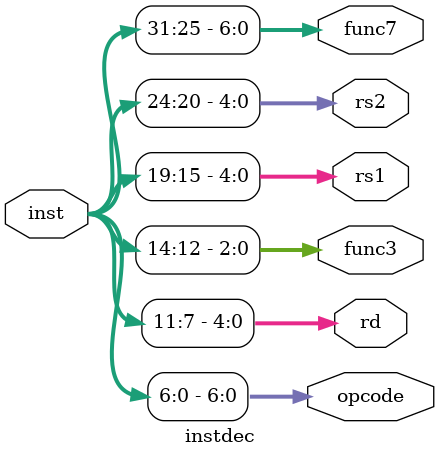
<source format=v>
module instdec (
    input  [31:0] inst,
    output reg [6:0] opcode,
    output reg [4:0] rd,
    output reg [2:0] func3,
    output reg [4:0] rs1,
    output reg [4:0] rs2,
    output reg [6:0] func7
);

    // Asignación de las salidas según los bits específicos del input
    always @(*) begin
        opcode = inst[6:0];
        rd = inst[11:7];
        func3 = inst[14:12];
        rs1 = inst[19:15];
        rs2 = inst[24:20];
        func7 = inst[31:25];
    end

endmodule

</source>
